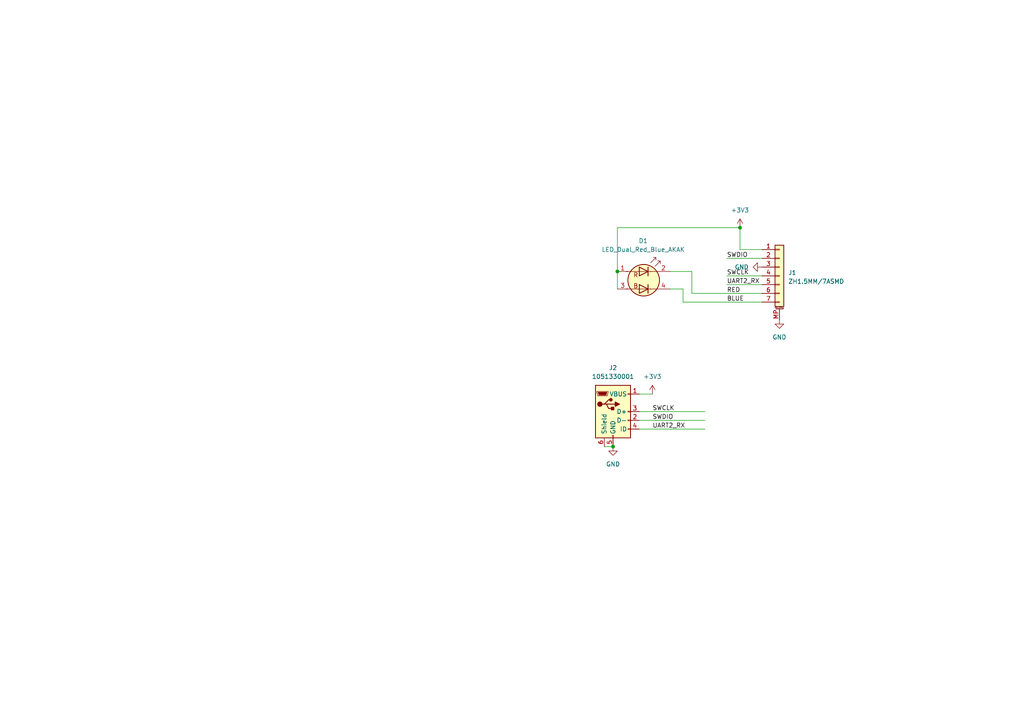
<source format=kicad_sch>
(kicad_sch (version 20211123) (generator eeschema)
  (paper "A4")
  (title_block (title "ECS-01-LED") (date "2022-09-13") (rev "V0.1"))
  (lib_symbols
    (symbol "Connector:USB_B_Micro" (pin_names (offset 1.016))
      (property "Reference" "J" (at -5.08 11.43 0))
      (property "Value" "USB_B_Micro" (at -5.08 8.89 0))
      (symbol "USB_B_Micro_0_1"
        (rectangle (start -5.08 -7.62) (end 5.08 7.62) (stroke (width 0.254)) (fill (type background)))
        (circle (center -3.81 2.159) (radius 0.635) (stroke (width 0.254)) (fill (type outline)))
        (circle (center -0.635 3.429) (radius 0.381) (stroke (width 0.254)) (fill (type outline)))
        (rectangle (start -0.127 -7.62) (end 0.127 -6.858))
        (polyline (pts (xy -1.905 2.159) (xy 0.635 2.159)) (stroke (width 0.254)))
        (polyline (pts (xy -3.175 2.159) (xy -2.54 2.159) (xy -1.27 3.429) (xy -0.635 3.429)) (stroke (width 0.254)))
        (polyline (pts (xy -2.54 2.159) (xy -1.905 2.159) (xy -1.27 0.889) (xy 0 0.889)) (stroke (width 0.254)))
        (polyline (pts (xy 0.635 2.794) (xy 0.635 1.524) (xy 1.905 2.159) (xy 0.635 2.794)) (stroke (width 0.254)) (fill (type outline)))
        (polyline (pts (xy -4.318 5.588) (xy -1.778 5.588) (xy -2.032 4.826) (xy -4.064 4.826) (xy -4.318 5.588)) (fill (type outline)))
        (polyline (pts (xy -4.699 5.842) (xy -4.699 5.588) (xy -4.445 4.826) (xy -4.445 4.572) (xy -1.651 4.572) (xy -1.651 4.826) (xy -1.397 5.588) (xy -1.397 5.842) (xy -4.699 5.842)))
        (rectangle (start 0.254 1.27) (end -0.508 0.508) (stroke (width 0.254)) (fill (type outline)))
        (rectangle (start 5.08 -5.207) (end 4.318 -4.953))
        (rectangle (start 5.08 -2.667) (end 4.318 -2.413))
        (rectangle (start 5.08 -0.127) (end 4.318 0.127))
        (rectangle (start 5.08 4.953) (end 4.318 5.207))
      )
      (symbol "USB_B_Micro_1_1"
        (pin power_out line (at 7.62 5.08 180) (length 2.54) (name "VBUS") (number "1"))
        (pin bidirectional line (at 7.62 -2.54 180) (length 2.54) (name "D-") (number "2"))
        (pin bidirectional line (at 7.62 0 180) (length 2.54) (name "D+") (number "3"))
        (pin passive line (at 7.62 -5.08 180) (length 2.54) (name "ID") (number "4"))
        (pin power_out line (at 0 -10.16 90) (length 2.54) (name "GND") (number "5"))
        (pin passive line (at -2.54 -10.16 90) (length 2.54) (name "Shield") (number "6"))
      )
    )
    (symbol "Connector_Generic_MountingPin:Conn_01x07_MountingPin" (pin_names (offset 1.016) hide)
      (property "Reference" "J" (at 0 10.16 0))
      (property "Value" "Conn_01x07_MountingPin" (at 1.27 -10.16 0))
      (symbol "Conn_01x07_MountingPin_1_1"
        (rectangle (start -1.27 -7.493) (end 0 -7.747) (stroke (width 0.1524)))
        (rectangle (start -1.27 -4.953) (end 0 -5.207) (stroke (width 0.1524)))
        (rectangle (start -1.27 -2.413) (end 0 -2.667) (stroke (width 0.1524)))
        (rectangle (start -1.27 0.127) (end 0 -0.127) (stroke (width 0.1524)))
        (rectangle (start -1.27 2.667) (end 0 2.413) (stroke (width 0.1524)))
        (rectangle (start -1.27 5.207) (end 0 4.953) (stroke (width 0.1524)))
        (rectangle (start -1.27 7.747) (end 0 7.493) (stroke (width 0.1524)))
        (rectangle (start -1.27 8.89) (end 1.27 -8.89) (stroke (width 0.254)) (fill (type background)))
        (polyline (pts (xy -1.016 -9.652) (xy 1.016 -9.652)) (stroke (width 0.1524)))
        (text "Mounting" (at 0 -9.271 0) (effects (font (size 0.381 0.381))))
        (pin passive line (at -5.08 7.62 0) (length 3.81) (name "Pin_1") (number "1"))
        (pin passive line (at -5.08 5.08 0) (length 3.81) (name "Pin_2") (number "2"))
        (pin passive line (at -5.08 2.54 0) (length 3.81) (name "Pin_3") (number "3"))
        (pin passive line (at -5.08 0 0) (length 3.81) (name "Pin_4") (number "4"))
        (pin passive line (at -5.08 -2.54 0) (length 3.81) (name "Pin_5") (number "5"))
        (pin passive line (at -5.08 -5.08 0) (length 3.81) (name "Pin_6") (number "6"))
        (pin passive line (at -5.08 -7.62 0) (length 3.81) (name "Pin_7") (number "7"))
        (pin passive line (at 0 -12.7 90) (length 3.048) (name "MountPin") (number "MP"))
      )
    )
    (symbol "Ovo_Device:LED_Dual_Red_Blue_AKAK" (pin_names (offset 0) hide)
      (property "Reference" "D2" (at -11.43 -5.08 0))
      (property "Value" "LED_Dual_Red_Blue_AKAK" (at 0 -5.08 0))
      (symbol "LED_Dual_Red_Blue_AKAK_0_0"
        (text "B" (at -2.286 -1.651 0) (effects (font (size 1.27 1.27))))
        (text "R" (at -2.286 1.524 0) (effects (font (size 1.27 1.27))))
      )
      (symbol "LED_Dual_Red_Blue_AKAK_0_1"
        (polyline (pts (xy -5.08 -2.54) (xy 2.032 -2.54)))
        (polyline (pts (xy -5.08 2.54) (xy 2.032 2.54)))
        (polyline (pts (xy 1.27 -1.27) (xy 1.27 -3.81)) (stroke (width 0.254)))
        (polyline (pts (xy 1.27 3.81) (xy 1.27 1.27)) (stroke (width 0.254)))
        (polyline (pts (xy 3.81 -2.54) (xy 1.905 -2.54)))
        (polyline (pts (xy 3.81 2.54) (xy 1.905 2.54)))
        (polyline (pts (xy -1.27 -1.27) (xy -1.27 -3.81) (xy 1.27 -2.54) (xy -1.27 -1.27)) (stroke (width 0.254)))
        (polyline (pts (xy -1.27 3.81) (xy -1.27 1.27) (xy 1.27 2.54) (xy -1.27 3.81)) (stroke (width 0.254)))
        (polyline (pts (xy 2.032 5.08) (xy 3.556 6.604) (xy 2.794 6.604) (xy 3.556 6.604) (xy 3.556 5.842)))
        (polyline (pts (xy 3.302 4.064) (xy 4.826 5.588) (xy 4.064 5.588) (xy 4.826 5.588) (xy 4.826 4.826)))
        (circle (center 0 0) (radius 4.572) (stroke (width 0.254)) (fill (type background)))
      )
      (symbol "LED_Dual_Red_Blue_AKAK_1_1"
        (pin input line (at -7.62 2.54 0) (length 3.048) (name "A1") (number "1"))
        (pin input line (at 7.62 2.54 180) (length 3.81) (name "K1") (number "2"))
        (pin input line (at -7.62 -2.54 0) (length 3.048) (name "A2") (number "3"))
        (pin input line (at 7.62 -2.54 180) (length 3.81) (name "K2") (number "4"))
      )
    )
    (symbol "power:+3V3" (power) (pin_names (offset 0))
      (property "Value" "+3V3" (at 0 3.556 0))
      (symbol "+3V3_0_1"
        (polyline (pts (xy -0.762 1.27) (xy 0 2.54)))
        (polyline (pts (xy 0 0) (xy 0 2.54)))
        (polyline (pts (xy 0 2.54) (xy 0.762 1.27)))
      )
      (symbol "+3V3_1_1"
        (pin power_in line (at 0 0 90) (length 0) hide (name "+3V3") (number "1"))
      )
    )
    (symbol "power:GND" (power) (pin_names (offset 0))
      (property "Value" "GND" (at 0 -3.81 0))
      (symbol "GND_0_1"
        (polyline (pts (xy 0 0) (xy 0 -1.27) (xy 1.27 -1.27) (xy 0 -2.54) (xy -1.27 -1.27) (xy 0 -1.27)))
      )
      (symbol "GND_1_1"
        (pin power_in line (at 0 0 270) (length 0) hide (name "GND") (number "1"))
      )
    )
  )
  (junction (at 179.07 78.74))
  (junction (at 177.8 129.54))
  (junction (at 214.63 66.04))
  (wire (pts (xy 179.07 78.74) (xy 179.07 83.82)))
  (wire (pts (xy 189.23 114.3) (xy 185.42 114.3)))
  (wire (pts (xy 198.12 83.82) (xy 198.12 87.63)))
  (wire (pts (xy 175.26 129.54) (xy 177.8 129.54)))
  (wire (pts (xy 185.42 119.38) (xy 204.47 119.38)))
  (wire (pts (xy 214.63 66.04) (xy 214.63 72.39)))
  (wire (pts (xy 214.63 72.39) (xy 220.98 72.39)))
  (wire (pts (xy 198.12 87.63) (xy 220.98 87.63)))
  (wire (pts (xy 185.42 121.92) (xy 204.47 121.92)))
  (wire (pts (xy 179.07 66.04) (xy 179.07 78.74)))
  (wire (pts (xy 200.66 85.09) (xy 220.98 85.09)))
  (wire (pts (xy 210.82 74.93) (xy 220.98 74.93)))
  (wire (pts (xy 185.42 124.46) (xy 204.47 124.46)))
  (wire (pts (xy 214.63 66.04) (xy 179.07 66.04)))
  (wire (pts (xy 194.31 83.82) (xy 198.12 83.82)))
  (wire (pts (xy 200.66 78.74) (xy 200.66 85.09)))
  (wire (pts (xy 210.82 82.55) (xy 220.98 82.55)))
  (wire (pts (xy 210.82 80.01) (xy 220.98 80.01)))
  (wire (pts (xy 194.31 78.74) (xy 200.66 78.74)))
  (label "SWCLK" (at 210.82 80.01 0))
  (label "UART2_RX" (at 210.82 82.55 0))
  (label "UART2_RX" (at 189.23 124.46 0))
  (label "SWDIO" (at 210.82 74.93 0))
  (label "RED" (at 210.82 85.09 0))
  (label "SWCLK" (at 189.23 119.38 0))
  (label "SWDIO" (at 189.23 121.92 0))
  (label "BLUE" (at 210.82 87.63 0))
  (symbol (lib_id "Ovo_Device:LED_Dual_Red_Blue_AKAK") (at 186.69 81.28 0) (unit 1)
    (property "Reference" "D1" (at 186.563 69.85 0))
    (property "Value" "LED_Dual_Red_Blue_AKAK" (at 186.563 72.39 0))
    (property "Footprint" "Ovo_LED_SMD:LED_Dual_1.6x1.5mm" (effects hide))
  )
  (symbol (lib_id "power:GND") (at 220.98 77.47 270) (unit 1)
    (property "Reference" "#PWR0101" (effects hide))
    (property "Value" "GND" (at 217.17 77.4699 90) (effects (justify right)))
  )
  (symbol (lib_id "power:+3V3") (at 214.63 66.04 0) (unit 1)
    (property "Reference" "#PWR0102" (effects hide))
    (property "Value" "+3V3" (at 214.63 60.96 0))
  )
  (symbol (lib_id "Connector_Generic_MountingPin:Conn_01x07_MountingPin") (at 226.06 80.01 0) (unit 1)
    (property "Reference" "J1" (at 228.6 79.0955 0) (effects (justify left)))
    (property "Value" "ZH1.5MM/7ASMD" (at 228.6 81.6355 0) (effects (justify left)))
    (property "Footprint" "Ovo_Connector_JST:JST_ZH_B7B-ZR-SM4-TF_1x07-1MP_P1.50mm_Vertical" (effects hide))
  )
  (symbol (lib_id "power:GND") (at 226.06 92.71 0) (unit 1)
    (property "Reference" "#PWR0105" (effects hide))
    (property "Value" "GND" (at 226.06 97.79 0))
  )
  (symbol (lib_id "power:GND") (at 177.8 129.54 0) (unit 1)
    (property "Reference" "#PWR0104" (effects hide))
    (property "Value" "GND" (at 177.8 134.62 0))
  )
  (symbol (lib_id "power:+3V3") (at 189.23 114.3 0) (unit 1)
    (property "Reference" "#PWR0103" (effects hide))
    (property "Value" "+3V3" (at 189.23 109.22 0))
  )
  (symbol (lib_id "Connector:USB_B_Micro") (at 177.8 119.38 0) (unit 1)
    (property "Reference" "J2" (at 177.8 106.68 0))
    (property "Value" "1051330001" (at 177.8 109.22 0))
    (property "Footprint" "Connector_USB:USB_Micro-B_Molex-105133-0001" (effects hide))
  )
)
</source>
